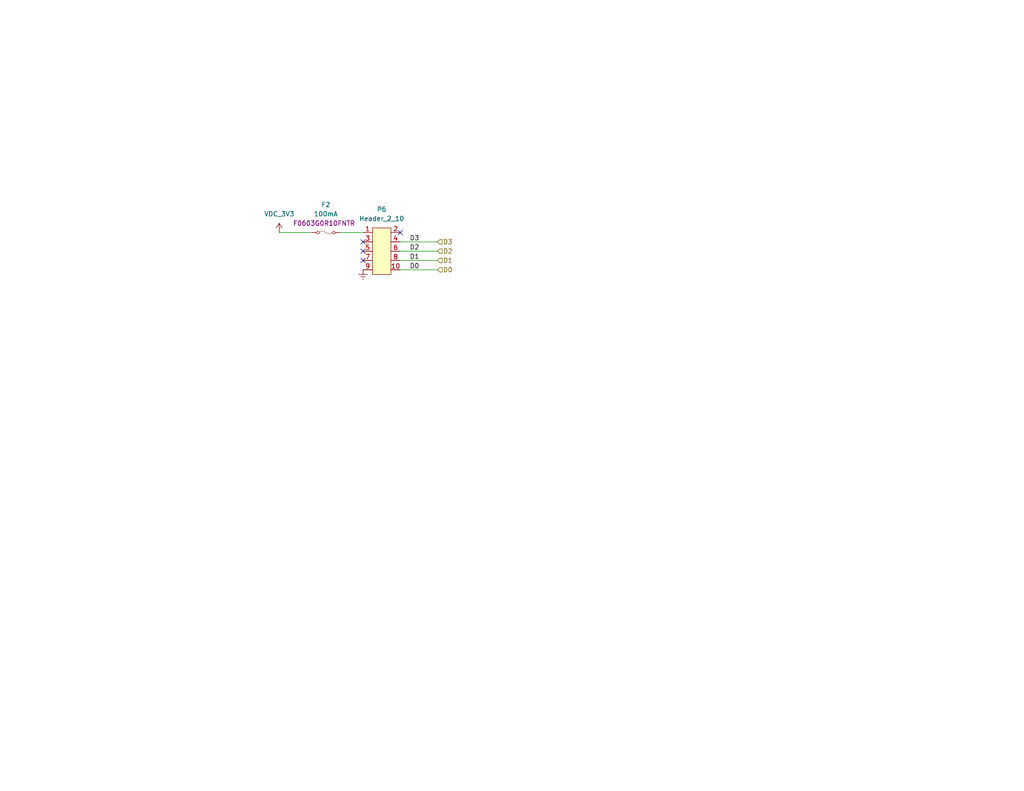
<source format=kicad_sch>
(kicad_sch (version 20231120) (generator "eeschema") (generator_version "8.0")
  (paper "A")
  (title_block (title "${PROJECT_NAME}") (date "2025-03-18") (rev "${PCB_REVISION}") (company "BRENDANHAINES.COM"))
  (lib_symbols
    (symbol "bh:Fuse" (pin_numbers hide) (pin_names hide)
      (property "Reference" "F" (at 2.54 2.54 0))
      (property "Value" "Fuse" (at 3.81 0 0))
      (symbol "Fuse_0_1"
        (circle (center 0 -2.159) (radius 0.381) (stroke (width 0.127)))
        (arc (start 0 0) (mid -0.3683 -0.889) (end 0 -1.778) (stroke (width 0.0508)))
        (arc (start 0 0) (mid 0.3683 0.889) (end 0 1.778) (stroke (width 0.0508)))
        (circle (center 0 2.159) (radius 0.381) (stroke (width 0.127)))
      )
      (symbol "Fuse_1_1"
        (pin passive line (at 0 3.81 270) (length 1.27) (name "~") (number "1"))
        (pin passive line (at 0 -3.81 90) (length 1.27) (name "~") (number "2"))
      )
    )
    (symbol "bh:GND" (power) (pin_names (offset 0))
      (symbol "GND_0_1"
        (polyline (pts (xy -0.635 -1.905) (xy 0.635 -1.905)))
        (polyline (pts (xy -0.127 -2.54) (xy 0.127 -2.54)))
        (polyline (pts (xy 0 -1.27) (xy 0 0)))
        (polyline (pts (xy 1.27 -1.27) (xy -1.27 -1.27)))
      )
      (symbol "GND_1_1"
        (pin power_in line (at 0 0 90) (length 0) hide (name "GND") (number "1"))
      )
    )
    (symbol "bh:Header_2_10" (pin_names (offset 1.016) hide)
      (property "Reference" "P" (at 0 0 0))
      (property "Value" "Header_2_10" (at 0 0 0))
      (symbol "Header_2_10_0_1"
        (rectangle (start 0 0) (end 5.08 -12.7) (fill (type background)))
      )
      (symbol "Header_2_10_0_2"
        (rectangle (start 0 0) (end 2.54 -25.4) (fill (type background)))
      )
      (symbol "Header_2_10_1_1"
        (pin passive line (at -2.54 -1.27 0) (length 2.54) (name "~") (number "1"))
        (pin passive line (at 7.62 -11.43 180) (length 2.54) (name "~") (number "10"))
        (pin passive line (at 7.62 -1.27 180) (length 2.54) (name "~") (number "2"))
        (pin passive line (at -2.54 -3.81 0) (length 2.54) (name "~") (number "3"))
        (pin passive line (at 7.62 -3.81 180) (length 2.54) (name "~") (number "4"))
        (pin passive line (at -2.54 -6.35 0) (length 2.54) (name "~") (number "5"))
        (pin passive line (at 7.62 -6.35 180) (length 2.54) (name "~") (number "6"))
        (pin passive line (at -2.54 -8.89 0) (length 2.54) (name "~") (number "7"))
        (pin passive line (at 7.62 -8.89 180) (length 2.54) (name "~") (number "8"))
        (pin passive line (at -2.54 -11.43 0) (length 2.54) (name "~") (number "9"))
      )
      (symbol "Header_2_10_1_2"
        (pin passive line (at -2.54 -1.27 0) (length 2.54) (name "~") (number "1"))
        (pin passive line (at -2.54 -24.13 0) (length 2.54) (name "~") (number "10"))
        (pin passive line (at -2.54 -3.81 0) (length 2.54) (name "~") (number "2"))
        (pin passive line (at -2.54 -6.35 0) (length 2.54) (name "~") (number "3"))
        (pin passive line (at -2.54 -8.89 0) (length 2.54) (name "~") (number "4"))
        (pin passive line (at -2.54 -11.43 0) (length 2.54) (name "~") (number "5"))
        (pin passive line (at -2.54 -13.97 0) (length 2.54) (name "~") (number "6"))
        (pin passive line (at -2.54 -16.51 0) (length 2.54) (name "~") (number "7"))
        (pin passive line (at -2.54 -19.05 0) (length 2.54) (name "~") (number "8"))
        (pin passive line (at -2.54 -21.59 0) (length 2.54) (name "~") (number "9"))
      )
    )
    (symbol "bh:VDC_3V3" (power) (pin_names (offset 0))
      (property "Value" "VDC_3V3" (at 0 3.556 0))
      (symbol "VDC_3V3_0_1"
        (polyline (pts (xy -0.762 1.27) (xy 0 2.54)))
        (polyline (pts (xy 0 0) (xy 0 2.54)))
        (polyline (pts (xy 0 2.54) (xy 0.762 1.27)))
      )
      (symbol "VDC_3V3_1_1"
        (pin power_in line (at 0 0 90) (length 0) hide (name "VDC_3V3") (number "1"))
      )
    )
  )
  (no_connect (at 109.22 63.5))
  (no_connect (at 99.06 66.04))
  (no_connect (at 99.06 71.12))
  (no_connect (at 99.06 68.58))
  (wire (pts (xy 109.22 66.04) (xy 119.38 66.04)))
  (wire (pts (xy 109.22 73.66) (xy 119.38 73.66)))
  (wire (pts (xy 109.22 68.58) (xy 119.38 68.58)))
  (wire (pts (xy 92.71 63.5) (xy 99.06 63.5)))
  (wire (pts (xy 109.22 71.12) (xy 119.38 71.12)))
  (wire (pts (xy 76.2 63.5) (xy 85.09 63.5)))
  (label "D2" (at 111.76 68.58 0))
  (label "D1" (at 111.76 71.12 0))
  (label "D0" (at 111.76 73.66 0))
  (label "D3" (at 111.76 66.04 0))
  (hierarchical_label "D0" (shape input) (at 119.38 73.66 0))
  (hierarchical_label "D1" (shape input) (at 119.38 71.12 0))
  (hierarchical_label "D3" (shape input) (at 119.38 66.04 0))
  (hierarchical_label "D2" (shape input) (at 119.38 68.58 0))
  (symbol (lib_id "bh:GND") (at 99.06 73.66 0) (unit 1)
    (property "Reference" "#PWR032" (effects (hide yes)))
    (property "Value" "GND" (effects (hide yes)))
    (property "Description" "Power Symbol" (effects (hide yes)))
    (instances (project "pluto_shield" (path "" (reference "#PWR032") (unit 1)) (path "" (reference "#PWR034") (unit 1)) (path "" (reference "#PWR030") (unit 1))))
  )
  (symbol (lib_id "bh:Fuse") (at 88.9 63.5 90) (unit 1)
    (property "Reference" "F2" (at 88.9 55.88 90))
    (property "Value" "100mA" (at 88.9 58.42 90))
    (property "Footprint" "common:R0603" (effects (hide yes)))
    (property "Description" "Fuse" (effects (hide yes)))
    (property "Manufacturer" "KYOCERA AVX " (effects (hide yes)))
    (property "ManufacturerPartNumber" "F0603G0R10FNTR " (at 88.9 60.96 90))
    (instances (project "pluto_shield" (path "" (reference "F2") (unit 1)) (path "" (reference "F3") (unit 1)) (path "" (reference "F1") (unit 1))))
  )
  (symbol (lib_id "bh:Header_2_10") (at 101.6 62.23 0) (unit 1)
    (property "Reference" "P6" (at 104.14 57.15 0))
    (property "Value" "Header_2_10" (at 104.14 59.69 0))
    (property "Footprint" "common:PinHeader_2x05_P2.54mm_Vertical" (effects (hide yes)))
    (property "Description" "Header, 2x5" (effects (hide yes)))
    (instances (project "pluto_shield" (path "" (reference "P6") (unit 1)) (path "" (reference "P7") (unit 1)) (path "" (reference "P5") (unit 1))))
  )
  (symbol (lib_id "bh:VDC_3V3") (at 76.2 63.5 0) (unit 1)
    (property "Reference" "#PWR031" (effects (hide yes)))
    (property "Value" "VDC_3V3" (at 76.2 58.42 0))
    (property "Description" "Power Symbol" (effects (hide yes)))
    (instances (project "pluto_shield" (path "" (reference "#PWR031") (unit 1)) (path "" (reference "#PWR033") (unit 1)) (path "" (reference "#PWR012") (unit 1))))
  )
)
</source>
